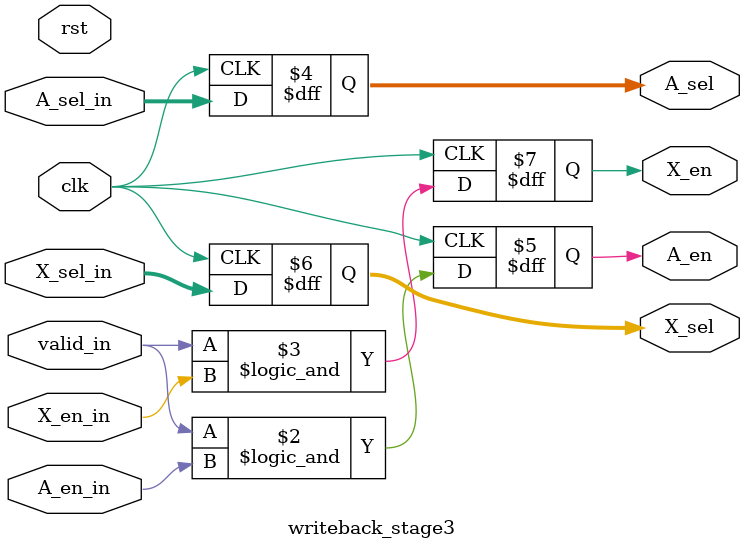
<source format=v>
`timescale 1ns / 1ps
/*
decode_compute1_stage3.v

This implements the controller for stage 3.

Control signals used:
A_sel
A_en
X_sel
X_en

This module will never be stalled

This module can stall stage1, and outputs these values to signal it:
our A_en
out X_en
*/


module writeback_stage3(
	input wire clk,
	input wire rst,
	
	//Values from stage2
	input wire [2:0] A_sel_in,
	input wire A_en_in,
	input wire [2:0] X_sel_in,
	input wire X_en_in,
	input wire valid_in,
	
	//This stage's outputs
	output reg [2:0] A_sel,
	output reg A_en,
	output reg [2:0] X_sel,
	output reg X_en
	
	//Stall logic outputs:
	//A_en, X_en (but they're already outputs)
);

always @(posedge clk) begin
	A_sel <= A_sel_in;
	A_en <= valid_in && A_en_in;
	X_sel <= X_sel_in;
	X_en <= valid_in && X_en_in;
end
endmodule

</source>
